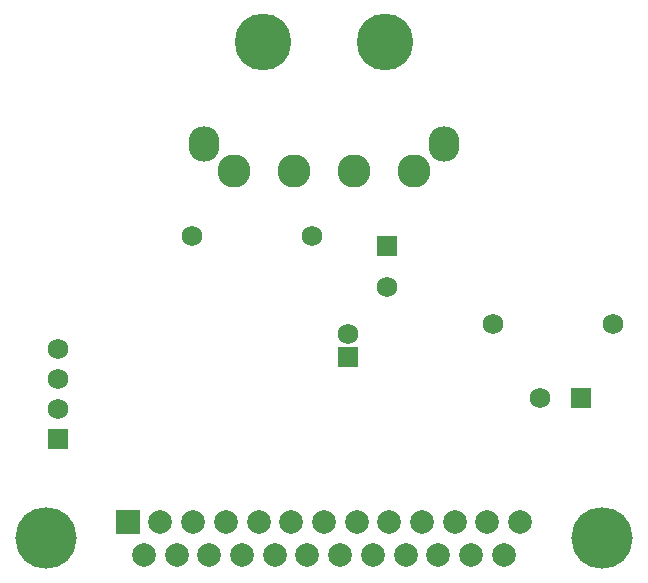
<source format=gbs>
G04 Layer_Color=16711935*
%FSLAX24Y24*%
%MOIN*%
G70*
G01*
G75*
%ADD45C,0.1104*%
%ADD46C,0.0680*%
%ADD47R,0.0680X0.0680*%
%ADD48R,0.0680X0.0680*%
%ADD49C,0.0789*%
%ADD50R,0.0789X0.0789*%
%ADD51C,0.2049*%
%ADD52O,0.1025X0.1182*%
%ADD53C,0.1891*%
D45*
X82425Y59134D02*
D03*
X88425D02*
D03*
X84425D02*
D03*
X86425D02*
D03*
D46*
X81033Y56949D02*
D03*
X85033D02*
D03*
X76575Y51197D02*
D03*
Y53197D02*
D03*
Y52197D02*
D03*
X95079Y54035D02*
D03*
X91079D02*
D03*
X92626Y51575D02*
D03*
X87520Y55254D02*
D03*
X86220Y53701D02*
D03*
D47*
X76575Y50197D02*
D03*
X87520Y56624D02*
D03*
X86220Y52913D02*
D03*
D48*
X93996Y51575D02*
D03*
D49*
X81613Y46321D02*
D03*
X80523D02*
D03*
X84883D02*
D03*
X83793D02*
D03*
X88153D02*
D03*
X87063D02*
D03*
X90333D02*
D03*
X82163Y47441D02*
D03*
X81073D02*
D03*
X84343D02*
D03*
X87613D02*
D03*
X86523D02*
D03*
X90883D02*
D03*
X89793D02*
D03*
X79433Y46321D02*
D03*
X82703D02*
D03*
X85973D02*
D03*
X89243D02*
D03*
X91423D02*
D03*
X79983Y47441D02*
D03*
X83253D02*
D03*
X85433D02*
D03*
X88703D02*
D03*
X91973D02*
D03*
D50*
X78893D02*
D03*
D51*
X94693Y46881D02*
D03*
X76173D02*
D03*
D52*
X81425Y60034D02*
D03*
X89425D02*
D03*
D53*
X83400Y63433D02*
D03*
X87455D02*
D03*
M02*

</source>
